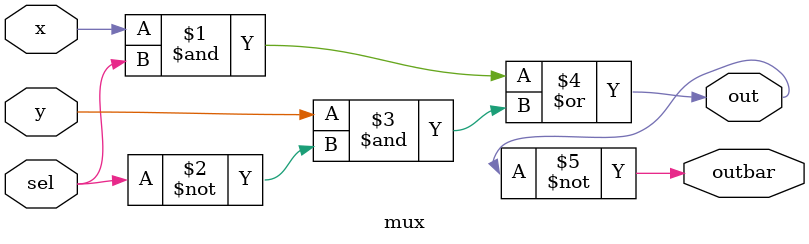
<source format=v>
`timescale 1ns / 1ps


module mux (x, y, sel, out, outbar);
input x, y, sel;
output out, outbar;
assign out = (x & sel) | (y & ~sel);
assign outbar = ~out;
endmodule

</source>
